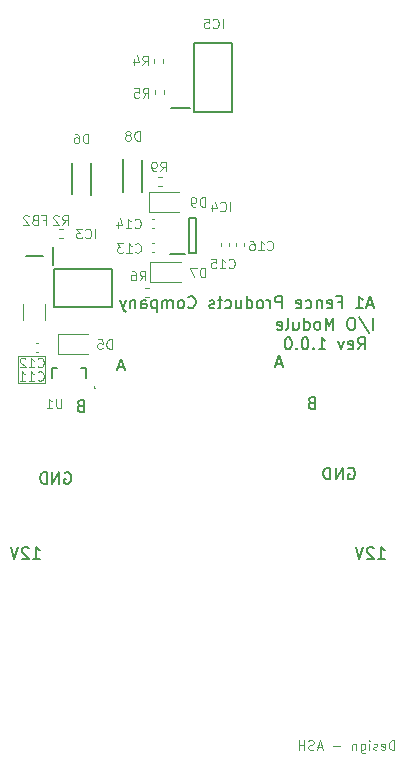
<source format=gbr>
%TF.GenerationSoftware,KiCad,Pcbnew,(5.1.10)-1*%
%TF.CreationDate,2021-10-24T01:14:29+05:30*%
%TF.ProjectId,Modbus_IO_Board,4d6f6462-7573-45f4-994f-5f426f617264,rev?*%
%TF.SameCoordinates,Original*%
%TF.FileFunction,Legend,Bot*%
%TF.FilePolarity,Positive*%
%FSLAX46Y46*%
G04 Gerber Fmt 4.6, Leading zero omitted, Abs format (unit mm)*
G04 Created by KiCad (PCBNEW (5.1.10)-1) date 2021-10-24 01:14:29*
%MOMM*%
%LPD*%
G01*
G04 APERTURE LIST*
%ADD10C,0.150000*%
%ADD11C,0.100000*%
%ADD12C,0.120000*%
%ADD13C,0.200000*%
G04 APERTURE END LIST*
D10*
X160512047Y-109672380D02*
X161083476Y-109672380D01*
X160797761Y-109672380D02*
X160797761Y-108672380D01*
X160893000Y-108815238D01*
X160988238Y-108910476D01*
X161083476Y-108958095D01*
X160131095Y-108767619D02*
X160083476Y-108720000D01*
X159988238Y-108672380D01*
X159750142Y-108672380D01*
X159654904Y-108720000D01*
X159607285Y-108767619D01*
X159559666Y-108862857D01*
X159559666Y-108958095D01*
X159607285Y-109100952D01*
X160178714Y-109672380D01*
X159559666Y-109672380D01*
X159273952Y-108672380D02*
X158940619Y-109672380D01*
X158607285Y-108672380D01*
X131302047Y-109672380D02*
X131873476Y-109672380D01*
X131587761Y-109672380D02*
X131587761Y-108672380D01*
X131683000Y-108815238D01*
X131778238Y-108910476D01*
X131873476Y-108958095D01*
X130921095Y-108767619D02*
X130873476Y-108720000D01*
X130778238Y-108672380D01*
X130540142Y-108672380D01*
X130444904Y-108720000D01*
X130397285Y-108767619D01*
X130349666Y-108862857D01*
X130349666Y-108958095D01*
X130397285Y-109100952D01*
X130968714Y-109672380D01*
X130349666Y-109672380D01*
X130063952Y-108672380D02*
X129730619Y-109672380D01*
X129397285Y-108672380D01*
X157987904Y-101989000D02*
X158083142Y-101941380D01*
X158226000Y-101941380D01*
X158368857Y-101989000D01*
X158464095Y-102084238D01*
X158511714Y-102179476D01*
X158559333Y-102369952D01*
X158559333Y-102512809D01*
X158511714Y-102703285D01*
X158464095Y-102798523D01*
X158368857Y-102893761D01*
X158226000Y-102941380D01*
X158130761Y-102941380D01*
X157987904Y-102893761D01*
X157940285Y-102846142D01*
X157940285Y-102512809D01*
X158130761Y-102512809D01*
X157511714Y-102941380D02*
X157511714Y-101941380D01*
X156940285Y-102941380D01*
X156940285Y-101941380D01*
X156464095Y-102941380D02*
X156464095Y-101941380D01*
X156226000Y-101941380D01*
X156083142Y-101989000D01*
X155987904Y-102084238D01*
X155940285Y-102179476D01*
X155892666Y-102369952D01*
X155892666Y-102512809D01*
X155940285Y-102703285D01*
X155987904Y-102798523D01*
X156083142Y-102893761D01*
X156226000Y-102941380D01*
X156464095Y-102941380D01*
X133984904Y-102370000D02*
X134080142Y-102322380D01*
X134223000Y-102322380D01*
X134365857Y-102370000D01*
X134461095Y-102465238D01*
X134508714Y-102560476D01*
X134556333Y-102750952D01*
X134556333Y-102893809D01*
X134508714Y-103084285D01*
X134461095Y-103179523D01*
X134365857Y-103274761D01*
X134223000Y-103322380D01*
X134127761Y-103322380D01*
X133984904Y-103274761D01*
X133937285Y-103227142D01*
X133937285Y-102893809D01*
X134127761Y-102893809D01*
X133508714Y-103322380D02*
X133508714Y-102322380D01*
X132937285Y-103322380D01*
X132937285Y-102322380D01*
X132461095Y-103322380D02*
X132461095Y-102322380D01*
X132223000Y-102322380D01*
X132080142Y-102370000D01*
X131984904Y-102465238D01*
X131937285Y-102560476D01*
X131889666Y-102750952D01*
X131889666Y-102893809D01*
X131937285Y-103084285D01*
X131984904Y-103179523D01*
X132080142Y-103274761D01*
X132223000Y-103322380D01*
X132461095Y-103322380D01*
X154868571Y-96448571D02*
X154725714Y-96496190D01*
X154678095Y-96543809D01*
X154630476Y-96639047D01*
X154630476Y-96781904D01*
X154678095Y-96877142D01*
X154725714Y-96924761D01*
X154820952Y-96972380D01*
X155201904Y-96972380D01*
X155201904Y-95972380D01*
X154868571Y-95972380D01*
X154773333Y-96020000D01*
X154725714Y-96067619D01*
X154678095Y-96162857D01*
X154678095Y-96258095D01*
X154725714Y-96353333D01*
X154773333Y-96400952D01*
X154868571Y-96448571D01*
X155201904Y-96448571D01*
X135310571Y-96702571D02*
X135167714Y-96750190D01*
X135120095Y-96797809D01*
X135072476Y-96893047D01*
X135072476Y-97035904D01*
X135120095Y-97131142D01*
X135167714Y-97178761D01*
X135262952Y-97226380D01*
X135643904Y-97226380D01*
X135643904Y-96226380D01*
X135310571Y-96226380D01*
X135215333Y-96274000D01*
X135167714Y-96321619D01*
X135120095Y-96416857D01*
X135120095Y-96512095D01*
X135167714Y-96607333D01*
X135215333Y-96654952D01*
X135310571Y-96702571D01*
X135643904Y-96702571D01*
X152384095Y-93130666D02*
X151907904Y-93130666D01*
X152479333Y-93416380D02*
X152146000Y-92416380D01*
X151812666Y-93416380D01*
X138988095Y-93426666D02*
X138511904Y-93426666D01*
X139083333Y-93712380D02*
X138750000Y-92712380D01*
X138416666Y-93712380D01*
X160067619Y-90267380D02*
X160067619Y-89267380D01*
X158877142Y-89219761D02*
X159734285Y-90505476D01*
X158353333Y-89267380D02*
X158162857Y-89267380D01*
X158067619Y-89315000D01*
X157972380Y-89410238D01*
X157924761Y-89600714D01*
X157924761Y-89934047D01*
X157972380Y-90124523D01*
X158067619Y-90219761D01*
X158162857Y-90267380D01*
X158353333Y-90267380D01*
X158448571Y-90219761D01*
X158543809Y-90124523D01*
X158591428Y-89934047D01*
X158591428Y-89600714D01*
X158543809Y-89410238D01*
X158448571Y-89315000D01*
X158353333Y-89267380D01*
X156734285Y-90267380D02*
X156734285Y-89267380D01*
X156400952Y-89981666D01*
X156067619Y-89267380D01*
X156067619Y-90267380D01*
X155448571Y-90267380D02*
X155543809Y-90219761D01*
X155591428Y-90172142D01*
X155639047Y-90076904D01*
X155639047Y-89791190D01*
X155591428Y-89695952D01*
X155543809Y-89648333D01*
X155448571Y-89600714D01*
X155305714Y-89600714D01*
X155210476Y-89648333D01*
X155162857Y-89695952D01*
X155115238Y-89791190D01*
X155115238Y-90076904D01*
X155162857Y-90172142D01*
X155210476Y-90219761D01*
X155305714Y-90267380D01*
X155448571Y-90267380D01*
X154258095Y-90267380D02*
X154258095Y-89267380D01*
X154258095Y-90219761D02*
X154353333Y-90267380D01*
X154543809Y-90267380D01*
X154639047Y-90219761D01*
X154686666Y-90172142D01*
X154734285Y-90076904D01*
X154734285Y-89791190D01*
X154686666Y-89695952D01*
X154639047Y-89648333D01*
X154543809Y-89600714D01*
X154353333Y-89600714D01*
X154258095Y-89648333D01*
X153353333Y-89600714D02*
X153353333Y-90267380D01*
X153781904Y-89600714D02*
X153781904Y-90124523D01*
X153734285Y-90219761D01*
X153639047Y-90267380D01*
X153496190Y-90267380D01*
X153400952Y-90219761D01*
X153353333Y-90172142D01*
X152734285Y-90267380D02*
X152829523Y-90219761D01*
X152877142Y-90124523D01*
X152877142Y-89267380D01*
X151972380Y-90219761D02*
X152067619Y-90267380D01*
X152258095Y-90267380D01*
X152353333Y-90219761D01*
X152400952Y-90124523D01*
X152400952Y-89743571D01*
X152353333Y-89648333D01*
X152258095Y-89600714D01*
X152067619Y-89600714D01*
X151972380Y-89648333D01*
X151924761Y-89743571D01*
X151924761Y-89838809D01*
X152400952Y-89934047D01*
X158805714Y-91917380D02*
X159139047Y-91441190D01*
X159377142Y-91917380D02*
X159377142Y-90917380D01*
X158996190Y-90917380D01*
X158900952Y-90965000D01*
X158853333Y-91012619D01*
X158805714Y-91107857D01*
X158805714Y-91250714D01*
X158853333Y-91345952D01*
X158900952Y-91393571D01*
X158996190Y-91441190D01*
X159377142Y-91441190D01*
X157996190Y-91869761D02*
X158091428Y-91917380D01*
X158281904Y-91917380D01*
X158377142Y-91869761D01*
X158424761Y-91774523D01*
X158424761Y-91393571D01*
X158377142Y-91298333D01*
X158281904Y-91250714D01*
X158091428Y-91250714D01*
X157996190Y-91298333D01*
X157948571Y-91393571D01*
X157948571Y-91488809D01*
X158424761Y-91584047D01*
X157615238Y-91250714D02*
X157377142Y-91917380D01*
X157139047Y-91250714D01*
X155472380Y-91917380D02*
X156043809Y-91917380D01*
X155758095Y-91917380D02*
X155758095Y-90917380D01*
X155853333Y-91060238D01*
X155948571Y-91155476D01*
X156043809Y-91203095D01*
X155043809Y-91822142D02*
X154996190Y-91869761D01*
X155043809Y-91917380D01*
X155091428Y-91869761D01*
X155043809Y-91822142D01*
X155043809Y-91917380D01*
X154377142Y-90917380D02*
X154281904Y-90917380D01*
X154186666Y-90965000D01*
X154139047Y-91012619D01*
X154091428Y-91107857D01*
X154043809Y-91298333D01*
X154043809Y-91536428D01*
X154091428Y-91726904D01*
X154139047Y-91822142D01*
X154186666Y-91869761D01*
X154281904Y-91917380D01*
X154377142Y-91917380D01*
X154472380Y-91869761D01*
X154520000Y-91822142D01*
X154567619Y-91726904D01*
X154615238Y-91536428D01*
X154615238Y-91298333D01*
X154567619Y-91107857D01*
X154520000Y-91012619D01*
X154472380Y-90965000D01*
X154377142Y-90917380D01*
X153615238Y-91822142D02*
X153567619Y-91869761D01*
X153615238Y-91917380D01*
X153662857Y-91869761D01*
X153615238Y-91822142D01*
X153615238Y-91917380D01*
X152948571Y-90917380D02*
X152853333Y-90917380D01*
X152758095Y-90965000D01*
X152710476Y-91012619D01*
X152662857Y-91107857D01*
X152615238Y-91298333D01*
X152615238Y-91536428D01*
X152662857Y-91726904D01*
X152710476Y-91822142D01*
X152758095Y-91869761D01*
X152853333Y-91917380D01*
X152948571Y-91917380D01*
X153043809Y-91869761D01*
X153091428Y-91822142D01*
X153139047Y-91726904D01*
X153186666Y-91536428D01*
X153186666Y-91298333D01*
X153139047Y-91107857D01*
X153091428Y-91012619D01*
X153043809Y-90965000D01*
X152948571Y-90917380D01*
X160066666Y-88146666D02*
X159590476Y-88146666D01*
X160161904Y-88432380D02*
X159828571Y-87432380D01*
X159495238Y-88432380D01*
X158638095Y-88432380D02*
X159209523Y-88432380D01*
X158923809Y-88432380D02*
X158923809Y-87432380D01*
X159019047Y-87575238D01*
X159114285Y-87670476D01*
X159209523Y-87718095D01*
X157114285Y-87908571D02*
X157447619Y-87908571D01*
X157447619Y-88432380D02*
X157447619Y-87432380D01*
X156971428Y-87432380D01*
X156209523Y-88384761D02*
X156304761Y-88432380D01*
X156495238Y-88432380D01*
X156590476Y-88384761D01*
X156638095Y-88289523D01*
X156638095Y-87908571D01*
X156590476Y-87813333D01*
X156495238Y-87765714D01*
X156304761Y-87765714D01*
X156209523Y-87813333D01*
X156161904Y-87908571D01*
X156161904Y-88003809D01*
X156638095Y-88099047D01*
X155733333Y-87765714D02*
X155733333Y-88432380D01*
X155733333Y-87860952D02*
X155685714Y-87813333D01*
X155590476Y-87765714D01*
X155447619Y-87765714D01*
X155352380Y-87813333D01*
X155304761Y-87908571D01*
X155304761Y-88432380D01*
X154400000Y-88384761D02*
X154495238Y-88432380D01*
X154685714Y-88432380D01*
X154780952Y-88384761D01*
X154828571Y-88337142D01*
X154876190Y-88241904D01*
X154876190Y-87956190D01*
X154828571Y-87860952D01*
X154780952Y-87813333D01*
X154685714Y-87765714D01*
X154495238Y-87765714D01*
X154400000Y-87813333D01*
X153590476Y-88384761D02*
X153685714Y-88432380D01*
X153876190Y-88432380D01*
X153971428Y-88384761D01*
X154019047Y-88289523D01*
X154019047Y-87908571D01*
X153971428Y-87813333D01*
X153876190Y-87765714D01*
X153685714Y-87765714D01*
X153590476Y-87813333D01*
X153542857Y-87908571D01*
X153542857Y-88003809D01*
X154019047Y-88099047D01*
X152352380Y-88432380D02*
X152352380Y-87432380D01*
X151971428Y-87432380D01*
X151876190Y-87480000D01*
X151828571Y-87527619D01*
X151780952Y-87622857D01*
X151780952Y-87765714D01*
X151828571Y-87860952D01*
X151876190Y-87908571D01*
X151971428Y-87956190D01*
X152352380Y-87956190D01*
X151352380Y-88432380D02*
X151352380Y-87765714D01*
X151352380Y-87956190D02*
X151304761Y-87860952D01*
X151257142Y-87813333D01*
X151161904Y-87765714D01*
X151066666Y-87765714D01*
X150590476Y-88432380D02*
X150685714Y-88384761D01*
X150733333Y-88337142D01*
X150780952Y-88241904D01*
X150780952Y-87956190D01*
X150733333Y-87860952D01*
X150685714Y-87813333D01*
X150590476Y-87765714D01*
X150447619Y-87765714D01*
X150352380Y-87813333D01*
X150304761Y-87860952D01*
X150257142Y-87956190D01*
X150257142Y-88241904D01*
X150304761Y-88337142D01*
X150352380Y-88384761D01*
X150447619Y-88432380D01*
X150590476Y-88432380D01*
X149400000Y-88432380D02*
X149400000Y-87432380D01*
X149400000Y-88384761D02*
X149495238Y-88432380D01*
X149685714Y-88432380D01*
X149780952Y-88384761D01*
X149828571Y-88337142D01*
X149876190Y-88241904D01*
X149876190Y-87956190D01*
X149828571Y-87860952D01*
X149780952Y-87813333D01*
X149685714Y-87765714D01*
X149495238Y-87765714D01*
X149400000Y-87813333D01*
X148495238Y-87765714D02*
X148495238Y-88432380D01*
X148923809Y-87765714D02*
X148923809Y-88289523D01*
X148876190Y-88384761D01*
X148780952Y-88432380D01*
X148638095Y-88432380D01*
X148542857Y-88384761D01*
X148495238Y-88337142D01*
X147590476Y-88384761D02*
X147685714Y-88432380D01*
X147876190Y-88432380D01*
X147971428Y-88384761D01*
X148019047Y-88337142D01*
X148066666Y-88241904D01*
X148066666Y-87956190D01*
X148019047Y-87860952D01*
X147971428Y-87813333D01*
X147876190Y-87765714D01*
X147685714Y-87765714D01*
X147590476Y-87813333D01*
X147304761Y-87765714D02*
X146923809Y-87765714D01*
X147161904Y-87432380D02*
X147161904Y-88289523D01*
X147114285Y-88384761D01*
X147019047Y-88432380D01*
X146923809Y-88432380D01*
X146638095Y-88384761D02*
X146542857Y-88432380D01*
X146352380Y-88432380D01*
X146257142Y-88384761D01*
X146209523Y-88289523D01*
X146209523Y-88241904D01*
X146257142Y-88146666D01*
X146352380Y-88099047D01*
X146495238Y-88099047D01*
X146590476Y-88051428D01*
X146638095Y-87956190D01*
X146638095Y-87908571D01*
X146590476Y-87813333D01*
X146495238Y-87765714D01*
X146352380Y-87765714D01*
X146257142Y-87813333D01*
X144447619Y-88337142D02*
X144495238Y-88384761D01*
X144638095Y-88432380D01*
X144733333Y-88432380D01*
X144876190Y-88384761D01*
X144971428Y-88289523D01*
X145019047Y-88194285D01*
X145066666Y-88003809D01*
X145066666Y-87860952D01*
X145019047Y-87670476D01*
X144971428Y-87575238D01*
X144876190Y-87480000D01*
X144733333Y-87432380D01*
X144638095Y-87432380D01*
X144495238Y-87480000D01*
X144447619Y-87527619D01*
X143876190Y-88432380D02*
X143971428Y-88384761D01*
X144019047Y-88337142D01*
X144066666Y-88241904D01*
X144066666Y-87956190D01*
X144019047Y-87860952D01*
X143971428Y-87813333D01*
X143876190Y-87765714D01*
X143733333Y-87765714D01*
X143638095Y-87813333D01*
X143590476Y-87860952D01*
X143542857Y-87956190D01*
X143542857Y-88241904D01*
X143590476Y-88337142D01*
X143638095Y-88384761D01*
X143733333Y-88432380D01*
X143876190Y-88432380D01*
X143114285Y-88432380D02*
X143114285Y-87765714D01*
X143114285Y-87860952D02*
X143066666Y-87813333D01*
X142971428Y-87765714D01*
X142828571Y-87765714D01*
X142733333Y-87813333D01*
X142685714Y-87908571D01*
X142685714Y-88432380D01*
X142685714Y-87908571D02*
X142638095Y-87813333D01*
X142542857Y-87765714D01*
X142400000Y-87765714D01*
X142304761Y-87813333D01*
X142257142Y-87908571D01*
X142257142Y-88432380D01*
X141780952Y-87765714D02*
X141780952Y-88765714D01*
X141780952Y-87813333D02*
X141685714Y-87765714D01*
X141495238Y-87765714D01*
X141400000Y-87813333D01*
X141352380Y-87860952D01*
X141304761Y-87956190D01*
X141304761Y-88241904D01*
X141352380Y-88337142D01*
X141400000Y-88384761D01*
X141495238Y-88432380D01*
X141685714Y-88432380D01*
X141780952Y-88384761D01*
X140447619Y-88432380D02*
X140447619Y-87908571D01*
X140495238Y-87813333D01*
X140590476Y-87765714D01*
X140780952Y-87765714D01*
X140876190Y-87813333D01*
X140447619Y-88384761D02*
X140542857Y-88432380D01*
X140780952Y-88432380D01*
X140876190Y-88384761D01*
X140923809Y-88289523D01*
X140923809Y-88194285D01*
X140876190Y-88099047D01*
X140780952Y-88051428D01*
X140542857Y-88051428D01*
X140447619Y-88003809D01*
X139971428Y-87765714D02*
X139971428Y-88432380D01*
X139971428Y-87860952D02*
X139923809Y-87813333D01*
X139828571Y-87765714D01*
X139685714Y-87765714D01*
X139590476Y-87813333D01*
X139542857Y-87908571D01*
X139542857Y-88432380D01*
X139161904Y-87765714D02*
X138923809Y-88432380D01*
X138685714Y-87765714D02*
X138923809Y-88432380D01*
X139019047Y-88670476D01*
X139066666Y-88718095D01*
X139161904Y-88765714D01*
D11*
X161899095Y-125837904D02*
X161899095Y-125037904D01*
X161708619Y-125037904D01*
X161594333Y-125076000D01*
X161518142Y-125152190D01*
X161480047Y-125228380D01*
X161441952Y-125380761D01*
X161441952Y-125495047D01*
X161480047Y-125647428D01*
X161518142Y-125723619D01*
X161594333Y-125799809D01*
X161708619Y-125837904D01*
X161899095Y-125837904D01*
X160794333Y-125799809D02*
X160870523Y-125837904D01*
X161022904Y-125837904D01*
X161099095Y-125799809D01*
X161137190Y-125723619D01*
X161137190Y-125418857D01*
X161099095Y-125342666D01*
X161022904Y-125304571D01*
X160870523Y-125304571D01*
X160794333Y-125342666D01*
X160756238Y-125418857D01*
X160756238Y-125495047D01*
X161137190Y-125571238D01*
X160451476Y-125799809D02*
X160375285Y-125837904D01*
X160222904Y-125837904D01*
X160146714Y-125799809D01*
X160108619Y-125723619D01*
X160108619Y-125685523D01*
X160146714Y-125609333D01*
X160222904Y-125571238D01*
X160337190Y-125571238D01*
X160413380Y-125533142D01*
X160451476Y-125456952D01*
X160451476Y-125418857D01*
X160413380Y-125342666D01*
X160337190Y-125304571D01*
X160222904Y-125304571D01*
X160146714Y-125342666D01*
X159765761Y-125837904D02*
X159765761Y-125304571D01*
X159765761Y-125037904D02*
X159803857Y-125076000D01*
X159765761Y-125114095D01*
X159727666Y-125076000D01*
X159765761Y-125037904D01*
X159765761Y-125114095D01*
X159041952Y-125304571D02*
X159041952Y-125952190D01*
X159080047Y-126028380D01*
X159118142Y-126066476D01*
X159194333Y-126104571D01*
X159308619Y-126104571D01*
X159384809Y-126066476D01*
X159041952Y-125799809D02*
X159118142Y-125837904D01*
X159270523Y-125837904D01*
X159346714Y-125799809D01*
X159384809Y-125761714D01*
X159422904Y-125685523D01*
X159422904Y-125456952D01*
X159384809Y-125380761D01*
X159346714Y-125342666D01*
X159270523Y-125304571D01*
X159118142Y-125304571D01*
X159041952Y-125342666D01*
X158661000Y-125304571D02*
X158661000Y-125837904D01*
X158661000Y-125380761D02*
X158622904Y-125342666D01*
X158546714Y-125304571D01*
X158432428Y-125304571D01*
X158356238Y-125342666D01*
X158318142Y-125418857D01*
X158318142Y-125837904D01*
X157327666Y-125533142D02*
X156718142Y-125533142D01*
X155765761Y-125609333D02*
X155384809Y-125609333D01*
X155841952Y-125837904D02*
X155575285Y-125037904D01*
X155308619Y-125837904D01*
X155080047Y-125799809D02*
X154965761Y-125837904D01*
X154775285Y-125837904D01*
X154699095Y-125799809D01*
X154661000Y-125761714D01*
X154622904Y-125685523D01*
X154622904Y-125609333D01*
X154661000Y-125533142D01*
X154699095Y-125495047D01*
X154775285Y-125456952D01*
X154927666Y-125418857D01*
X155003857Y-125380761D01*
X155041952Y-125342666D01*
X155080047Y-125266476D01*
X155080047Y-125190285D01*
X155041952Y-125114095D01*
X155003857Y-125076000D01*
X154927666Y-125037904D01*
X154737190Y-125037904D01*
X154622904Y-125076000D01*
X154280047Y-125837904D02*
X154280047Y-125037904D01*
X154280047Y-125418857D02*
X153822904Y-125418857D01*
X153822904Y-125837904D02*
X153822904Y-125037904D01*
D12*
X130048000Y-92456000D02*
X130175000Y-92456000D01*
X130048000Y-94742000D02*
X130048000Y-92456000D01*
X132334000Y-94742000D02*
X130048000Y-94742000D01*
X132334000Y-92456000D02*
X132334000Y-94742000D01*
X130175000Y-92456000D02*
X132334000Y-92456000D01*
D13*
%TO.C,D6*%
X136182000Y-76120000D02*
X136182000Y-78820000D01*
X134569200Y-76123800D02*
X134569200Y-78790800D01*
%TO.C,D8*%
X140500000Y-75866000D02*
X140500000Y-78566000D01*
X138900000Y-75793600D02*
X138900000Y-78566000D01*
%TO.C,IC4*%
X142930000Y-83896000D02*
X144130000Y-83896000D01*
X144480000Y-80846000D02*
X144480000Y-83746000D01*
X145080000Y-80846000D02*
X144480000Y-80846000D01*
X145080000Y-83746000D02*
X145080000Y-80846000D01*
X144480000Y-83746000D02*
X145080000Y-83746000D01*
D12*
%TO.C,D9*%
X141150000Y-80340000D02*
X143700000Y-80340000D01*
X141150000Y-78640000D02*
X143700000Y-78640000D01*
X141150000Y-80340000D02*
X141150000Y-78640000D01*
%TO.C,D7*%
X141248000Y-86194000D02*
X143798000Y-86194000D01*
X141248000Y-84494000D02*
X143798000Y-84494000D01*
X141248000Y-86194000D02*
X141248000Y-84494000D01*
%TO.C,C16*%
X148484000Y-83165836D02*
X148484000Y-82950164D01*
X149204000Y-83165836D02*
X149204000Y-82950164D01*
%TO.C,C15*%
X147214000Y-83165836D02*
X147214000Y-82950164D01*
X147934000Y-83165836D02*
X147934000Y-82950164D01*
%TO.C,C14*%
X141585836Y-80920000D02*
X141370164Y-80920000D01*
X141585836Y-81640000D02*
X141370164Y-81640000D01*
%TO.C,C12*%
X130490000Y-88058748D02*
X130490000Y-89481252D01*
X132310000Y-88058748D02*
X132310000Y-89481252D01*
%TO.C,C13*%
X141585836Y-82952000D02*
X141370164Y-82952000D01*
X141585836Y-83672000D02*
X141370164Y-83672000D01*
%TO.C,C11*%
X131727836Y-92130000D02*
X131512164Y-92130000D01*
X131727836Y-91410000D02*
X131512164Y-91410000D01*
%TO.C,R9*%
X142183641Y-77340000D02*
X141876359Y-77340000D01*
X142183641Y-78100000D02*
X141876359Y-78100000D01*
%TO.C,R6*%
X140814359Y-87502000D02*
X141121641Y-87502000D01*
X140814359Y-86742000D02*
X141121641Y-86742000D01*
%TO.C,R5*%
X142360000Y-70303641D02*
X142360000Y-69996359D01*
X141600000Y-70303641D02*
X141600000Y-69996359D01*
%TO.C,R4*%
X142300000Y-67683641D02*
X142300000Y-67376359D01*
X141540000Y-67683641D02*
X141540000Y-67376359D01*
%TO.C,R2*%
X133506359Y-81780000D02*
X133813641Y-81780000D01*
X133506359Y-82540000D02*
X133813641Y-82540000D01*
%TO.C,D5*%
X133440000Y-92330000D02*
X133440000Y-90630000D01*
X133440000Y-90630000D02*
X135990000Y-90630000D01*
X133440000Y-92330000D02*
X135990000Y-92330000D01*
D13*
%TO.C,U1*%
X135800000Y-93472000D02*
X135340000Y-93472000D01*
X135340000Y-93472000D02*
X135340000Y-93520000D01*
X135340000Y-93520000D02*
X135800000Y-93520000D01*
X135800000Y-93520000D02*
X135800000Y-93472000D01*
X133340000Y-93472000D02*
X132940000Y-93472000D01*
X132940000Y-93472000D02*
X132940000Y-93472000D01*
X132940000Y-93472000D02*
X133340000Y-93472000D01*
X133340000Y-93472000D02*
X133340000Y-93472000D01*
X135800000Y-94320000D02*
X135800000Y-94320000D01*
X135800000Y-94320000D02*
X135800000Y-93520000D01*
X135800000Y-93520000D02*
X135800000Y-93520000D01*
X135800000Y-93520000D02*
X135800000Y-94320000D01*
X132940000Y-93472000D02*
X132940000Y-93472000D01*
X132940000Y-93472000D02*
X132940000Y-94320000D01*
X132940000Y-94320000D02*
X132940000Y-94320000D01*
X132940000Y-94320000D02*
X132940000Y-93472000D01*
X136510000Y-95204000D02*
X136510000Y-95204000D01*
X136510000Y-95204000D02*
X136510000Y-95204000D01*
X136510000Y-95104000D02*
G75*
G03*
X136510000Y-95204000I0J-50000D01*
G01*
X136510000Y-95204000D02*
G75*
G03*
X136510000Y-95104000I0J50000D01*
G01*
X136510000Y-95104000D02*
G75*
G03*
X136510000Y-95204000I0J-50000D01*
G01*
%TO.C,IC5*%
X144925000Y-71810000D02*
X148135000Y-71810000D01*
X148135000Y-71810000D02*
X148135000Y-65970000D01*
X148135000Y-65970000D02*
X144925000Y-65970000D01*
X144925000Y-65970000D02*
X144925000Y-71810000D01*
X142980000Y-71470000D02*
X144575000Y-71470000D01*
%TO.C,IC3*%
X133110000Y-85120000D02*
X133110000Y-88320000D01*
X133110000Y-88320000D02*
X138010000Y-88320000D01*
X138010000Y-88320000D02*
X138010000Y-85120000D01*
X138010000Y-85120000D02*
X133110000Y-85120000D01*
X132980000Y-83245000D02*
X132980000Y-84770000D01*
%TO.C,FB2*%
X132110000Y-84040000D02*
X130710000Y-84040000D01*
%TO.C,D6*%
D11*
X135980476Y-74471904D02*
X135980476Y-73671904D01*
X135790000Y-73671904D01*
X135675714Y-73710000D01*
X135599523Y-73786190D01*
X135561428Y-73862380D01*
X135523333Y-74014761D01*
X135523333Y-74129047D01*
X135561428Y-74281428D01*
X135599523Y-74357619D01*
X135675714Y-74433809D01*
X135790000Y-74471904D01*
X135980476Y-74471904D01*
X134837619Y-73671904D02*
X134990000Y-73671904D01*
X135066190Y-73710000D01*
X135104285Y-73748095D01*
X135180476Y-73862380D01*
X135218571Y-74014761D01*
X135218571Y-74319523D01*
X135180476Y-74395714D01*
X135142380Y-74433809D01*
X135066190Y-74471904D01*
X134913809Y-74471904D01*
X134837619Y-74433809D01*
X134799523Y-74395714D01*
X134761428Y-74319523D01*
X134761428Y-74129047D01*
X134799523Y-74052857D01*
X134837619Y-74014761D01*
X134913809Y-73976666D01*
X135066190Y-73976666D01*
X135142380Y-74014761D01*
X135180476Y-74052857D01*
X135218571Y-74129047D01*
%TO.C,D8*%
X140350476Y-74251904D02*
X140350476Y-73451904D01*
X140160000Y-73451904D01*
X140045714Y-73490000D01*
X139969523Y-73566190D01*
X139931428Y-73642380D01*
X139893333Y-73794761D01*
X139893333Y-73909047D01*
X139931428Y-74061428D01*
X139969523Y-74137619D01*
X140045714Y-74213809D01*
X140160000Y-74251904D01*
X140350476Y-74251904D01*
X139436190Y-73794761D02*
X139512380Y-73756666D01*
X139550476Y-73718571D01*
X139588571Y-73642380D01*
X139588571Y-73604285D01*
X139550476Y-73528095D01*
X139512380Y-73490000D01*
X139436190Y-73451904D01*
X139283809Y-73451904D01*
X139207619Y-73490000D01*
X139169523Y-73528095D01*
X139131428Y-73604285D01*
X139131428Y-73642380D01*
X139169523Y-73718571D01*
X139207619Y-73756666D01*
X139283809Y-73794761D01*
X139436190Y-73794761D01*
X139512380Y-73832857D01*
X139550476Y-73870952D01*
X139588571Y-73947142D01*
X139588571Y-74099523D01*
X139550476Y-74175714D01*
X139512380Y-74213809D01*
X139436190Y-74251904D01*
X139283809Y-74251904D01*
X139207619Y-74213809D01*
X139169523Y-74175714D01*
X139131428Y-74099523D01*
X139131428Y-73947142D01*
X139169523Y-73870952D01*
X139207619Y-73832857D01*
X139283809Y-73794761D01*
%TO.C,IC4*%
X148010952Y-80251904D02*
X148010952Y-79451904D01*
X147172857Y-80175714D02*
X147210952Y-80213809D01*
X147325238Y-80251904D01*
X147401428Y-80251904D01*
X147515714Y-80213809D01*
X147591904Y-80137619D01*
X147630000Y-80061428D01*
X147668095Y-79909047D01*
X147668095Y-79794761D01*
X147630000Y-79642380D01*
X147591904Y-79566190D01*
X147515714Y-79490000D01*
X147401428Y-79451904D01*
X147325238Y-79451904D01*
X147210952Y-79490000D01*
X147172857Y-79528095D01*
X146487142Y-79718571D02*
X146487142Y-80251904D01*
X146677619Y-79413809D02*
X146868095Y-79985238D01*
X146372857Y-79985238D01*
%TO.C,D9*%
X145860476Y-79841904D02*
X145860476Y-79041904D01*
X145670000Y-79041904D01*
X145555714Y-79080000D01*
X145479523Y-79156190D01*
X145441428Y-79232380D01*
X145403333Y-79384761D01*
X145403333Y-79499047D01*
X145441428Y-79651428D01*
X145479523Y-79727619D01*
X145555714Y-79803809D01*
X145670000Y-79841904D01*
X145860476Y-79841904D01*
X145022380Y-79841904D02*
X144870000Y-79841904D01*
X144793809Y-79803809D01*
X144755714Y-79765714D01*
X144679523Y-79651428D01*
X144641428Y-79499047D01*
X144641428Y-79194285D01*
X144679523Y-79118095D01*
X144717619Y-79080000D01*
X144793809Y-79041904D01*
X144946190Y-79041904D01*
X145022380Y-79080000D01*
X145060476Y-79118095D01*
X145098571Y-79194285D01*
X145098571Y-79384761D01*
X145060476Y-79460952D01*
X145022380Y-79499047D01*
X144946190Y-79537142D01*
X144793809Y-79537142D01*
X144717619Y-79499047D01*
X144679523Y-79460952D01*
X144641428Y-79384761D01*
%TO.C,D7*%
X145870476Y-85811904D02*
X145870476Y-85011904D01*
X145680000Y-85011904D01*
X145565714Y-85050000D01*
X145489523Y-85126190D01*
X145451428Y-85202380D01*
X145413333Y-85354761D01*
X145413333Y-85469047D01*
X145451428Y-85621428D01*
X145489523Y-85697619D01*
X145565714Y-85773809D01*
X145680000Y-85811904D01*
X145870476Y-85811904D01*
X145146666Y-85011904D02*
X144613333Y-85011904D01*
X144956190Y-85811904D01*
%TO.C,C16*%
X151124285Y-83465714D02*
X151162380Y-83503809D01*
X151276666Y-83541904D01*
X151352857Y-83541904D01*
X151467142Y-83503809D01*
X151543333Y-83427619D01*
X151581428Y-83351428D01*
X151619523Y-83199047D01*
X151619523Y-83084761D01*
X151581428Y-82932380D01*
X151543333Y-82856190D01*
X151467142Y-82780000D01*
X151352857Y-82741904D01*
X151276666Y-82741904D01*
X151162380Y-82780000D01*
X151124285Y-82818095D01*
X150362380Y-83541904D02*
X150819523Y-83541904D01*
X150590952Y-83541904D02*
X150590952Y-82741904D01*
X150667142Y-82856190D01*
X150743333Y-82932380D01*
X150819523Y-82970476D01*
X149676666Y-82741904D02*
X149829047Y-82741904D01*
X149905238Y-82780000D01*
X149943333Y-82818095D01*
X150019523Y-82932380D01*
X150057619Y-83084761D01*
X150057619Y-83389523D01*
X150019523Y-83465714D01*
X149981428Y-83503809D01*
X149905238Y-83541904D01*
X149752857Y-83541904D01*
X149676666Y-83503809D01*
X149638571Y-83465714D01*
X149600476Y-83389523D01*
X149600476Y-83199047D01*
X149638571Y-83122857D01*
X149676666Y-83084761D01*
X149752857Y-83046666D01*
X149905238Y-83046666D01*
X149981428Y-83084761D01*
X150019523Y-83122857D01*
X150057619Y-83199047D01*
%TO.C,C15*%
X147874285Y-84985714D02*
X147912380Y-85023809D01*
X148026666Y-85061904D01*
X148102857Y-85061904D01*
X148217142Y-85023809D01*
X148293333Y-84947619D01*
X148331428Y-84871428D01*
X148369523Y-84719047D01*
X148369523Y-84604761D01*
X148331428Y-84452380D01*
X148293333Y-84376190D01*
X148217142Y-84300000D01*
X148102857Y-84261904D01*
X148026666Y-84261904D01*
X147912380Y-84300000D01*
X147874285Y-84338095D01*
X147112380Y-85061904D02*
X147569523Y-85061904D01*
X147340952Y-85061904D02*
X147340952Y-84261904D01*
X147417142Y-84376190D01*
X147493333Y-84452380D01*
X147569523Y-84490476D01*
X146388571Y-84261904D02*
X146769523Y-84261904D01*
X146807619Y-84642857D01*
X146769523Y-84604761D01*
X146693333Y-84566666D01*
X146502857Y-84566666D01*
X146426666Y-84604761D01*
X146388571Y-84642857D01*
X146350476Y-84719047D01*
X146350476Y-84909523D01*
X146388571Y-84985714D01*
X146426666Y-85023809D01*
X146502857Y-85061904D01*
X146693333Y-85061904D01*
X146769523Y-85023809D01*
X146807619Y-84985714D01*
%TO.C,C14*%
X139909485Y-81591114D02*
X139947580Y-81629209D01*
X140061866Y-81667304D01*
X140138057Y-81667304D01*
X140252342Y-81629209D01*
X140328533Y-81553019D01*
X140366628Y-81476828D01*
X140404723Y-81324447D01*
X140404723Y-81210161D01*
X140366628Y-81057780D01*
X140328533Y-80981590D01*
X140252342Y-80905400D01*
X140138057Y-80867304D01*
X140061866Y-80867304D01*
X139947580Y-80905400D01*
X139909485Y-80943495D01*
X139147580Y-81667304D02*
X139604723Y-81667304D01*
X139376152Y-81667304D02*
X139376152Y-80867304D01*
X139452342Y-80981590D01*
X139528533Y-81057780D01*
X139604723Y-81095876D01*
X138461866Y-81133971D02*
X138461866Y-81667304D01*
X138652342Y-80829209D02*
X138842819Y-81400638D01*
X138347580Y-81400638D01*
%TO.C,C12*%
X131705285Y-93376714D02*
X131743380Y-93414809D01*
X131857666Y-93452904D01*
X131933857Y-93452904D01*
X132048142Y-93414809D01*
X132124333Y-93338619D01*
X132162428Y-93262428D01*
X132200523Y-93110047D01*
X132200523Y-92995761D01*
X132162428Y-92843380D01*
X132124333Y-92767190D01*
X132048142Y-92691000D01*
X131933857Y-92652904D01*
X131857666Y-92652904D01*
X131743380Y-92691000D01*
X131705285Y-92729095D01*
X130943380Y-93452904D02*
X131400523Y-93452904D01*
X131171952Y-93452904D02*
X131171952Y-92652904D01*
X131248142Y-92767190D01*
X131324333Y-92843380D01*
X131400523Y-92881476D01*
X130638619Y-92729095D02*
X130600523Y-92691000D01*
X130524333Y-92652904D01*
X130333857Y-92652904D01*
X130257666Y-92691000D01*
X130219571Y-92729095D01*
X130181476Y-92805285D01*
X130181476Y-92881476D01*
X130219571Y-92995761D01*
X130676714Y-93452904D01*
X130181476Y-93452904D01*
%TO.C,C13*%
X139954285Y-83675714D02*
X139992380Y-83713809D01*
X140106666Y-83751904D01*
X140182857Y-83751904D01*
X140297142Y-83713809D01*
X140373333Y-83637619D01*
X140411428Y-83561428D01*
X140449523Y-83409047D01*
X140449523Y-83294761D01*
X140411428Y-83142380D01*
X140373333Y-83066190D01*
X140297142Y-82990000D01*
X140182857Y-82951904D01*
X140106666Y-82951904D01*
X139992380Y-82990000D01*
X139954285Y-83028095D01*
X139192380Y-83751904D02*
X139649523Y-83751904D01*
X139420952Y-83751904D02*
X139420952Y-82951904D01*
X139497142Y-83066190D01*
X139573333Y-83142380D01*
X139649523Y-83180476D01*
X138925714Y-82951904D02*
X138430476Y-82951904D01*
X138697142Y-83256666D01*
X138582857Y-83256666D01*
X138506666Y-83294761D01*
X138468571Y-83332857D01*
X138430476Y-83409047D01*
X138430476Y-83599523D01*
X138468571Y-83675714D01*
X138506666Y-83713809D01*
X138582857Y-83751904D01*
X138811428Y-83751904D01*
X138887619Y-83713809D01*
X138925714Y-83675714D01*
%TO.C,C11*%
X131705285Y-94519714D02*
X131743380Y-94557809D01*
X131857666Y-94595904D01*
X131933857Y-94595904D01*
X132048142Y-94557809D01*
X132124333Y-94481619D01*
X132162428Y-94405428D01*
X132200523Y-94253047D01*
X132200523Y-94138761D01*
X132162428Y-93986380D01*
X132124333Y-93910190D01*
X132048142Y-93834000D01*
X131933857Y-93795904D01*
X131857666Y-93795904D01*
X131743380Y-93834000D01*
X131705285Y-93872095D01*
X130943380Y-94595904D02*
X131400523Y-94595904D01*
X131171952Y-94595904D02*
X131171952Y-93795904D01*
X131248142Y-93910190D01*
X131324333Y-93986380D01*
X131400523Y-94024476D01*
X130181476Y-94595904D02*
X130638619Y-94595904D01*
X130410047Y-94595904D02*
X130410047Y-93795904D01*
X130486238Y-93910190D01*
X130562428Y-93986380D01*
X130638619Y-94024476D01*
%TO.C,R9*%
X142093333Y-76861904D02*
X142360000Y-76480952D01*
X142550476Y-76861904D02*
X142550476Y-76061904D01*
X142245714Y-76061904D01*
X142169523Y-76100000D01*
X142131428Y-76138095D01*
X142093333Y-76214285D01*
X142093333Y-76328571D01*
X142131428Y-76404761D01*
X142169523Y-76442857D01*
X142245714Y-76480952D01*
X142550476Y-76480952D01*
X141712380Y-76861904D02*
X141560000Y-76861904D01*
X141483809Y-76823809D01*
X141445714Y-76785714D01*
X141369523Y-76671428D01*
X141331428Y-76519047D01*
X141331428Y-76214285D01*
X141369523Y-76138095D01*
X141407619Y-76100000D01*
X141483809Y-76061904D01*
X141636190Y-76061904D01*
X141712380Y-76100000D01*
X141750476Y-76138095D01*
X141788571Y-76214285D01*
X141788571Y-76404761D01*
X141750476Y-76480952D01*
X141712380Y-76519047D01*
X141636190Y-76557142D01*
X141483809Y-76557142D01*
X141407619Y-76519047D01*
X141369523Y-76480952D01*
X141331428Y-76404761D01*
%TO.C,R6*%
X140333333Y-86091904D02*
X140600000Y-85710952D01*
X140790476Y-86091904D02*
X140790476Y-85291904D01*
X140485714Y-85291904D01*
X140409523Y-85330000D01*
X140371428Y-85368095D01*
X140333333Y-85444285D01*
X140333333Y-85558571D01*
X140371428Y-85634761D01*
X140409523Y-85672857D01*
X140485714Y-85710952D01*
X140790476Y-85710952D01*
X139647619Y-85291904D02*
X139800000Y-85291904D01*
X139876190Y-85330000D01*
X139914285Y-85368095D01*
X139990476Y-85482380D01*
X140028571Y-85634761D01*
X140028571Y-85939523D01*
X139990476Y-86015714D01*
X139952380Y-86053809D01*
X139876190Y-86091904D01*
X139723809Y-86091904D01*
X139647619Y-86053809D01*
X139609523Y-86015714D01*
X139571428Y-85939523D01*
X139571428Y-85749047D01*
X139609523Y-85672857D01*
X139647619Y-85634761D01*
X139723809Y-85596666D01*
X139876190Y-85596666D01*
X139952380Y-85634761D01*
X139990476Y-85672857D01*
X140028571Y-85749047D01*
%TO.C,R5*%
X140583333Y-70621904D02*
X140850000Y-70240952D01*
X141040476Y-70621904D02*
X141040476Y-69821904D01*
X140735714Y-69821904D01*
X140659523Y-69860000D01*
X140621428Y-69898095D01*
X140583333Y-69974285D01*
X140583333Y-70088571D01*
X140621428Y-70164761D01*
X140659523Y-70202857D01*
X140735714Y-70240952D01*
X141040476Y-70240952D01*
X139859523Y-69821904D02*
X140240476Y-69821904D01*
X140278571Y-70202857D01*
X140240476Y-70164761D01*
X140164285Y-70126666D01*
X139973809Y-70126666D01*
X139897619Y-70164761D01*
X139859523Y-70202857D01*
X139821428Y-70279047D01*
X139821428Y-70469523D01*
X139859523Y-70545714D01*
X139897619Y-70583809D01*
X139973809Y-70621904D01*
X140164285Y-70621904D01*
X140240476Y-70583809D01*
X140278571Y-70545714D01*
%TO.C,R4*%
X140563333Y-67871904D02*
X140830000Y-67490952D01*
X141020476Y-67871904D02*
X141020476Y-67071904D01*
X140715714Y-67071904D01*
X140639523Y-67110000D01*
X140601428Y-67148095D01*
X140563333Y-67224285D01*
X140563333Y-67338571D01*
X140601428Y-67414761D01*
X140639523Y-67452857D01*
X140715714Y-67490952D01*
X141020476Y-67490952D01*
X139877619Y-67338571D02*
X139877619Y-67871904D01*
X140068095Y-67033809D02*
X140258571Y-67605238D01*
X139763333Y-67605238D01*
%TO.C,R2*%
X133793333Y-81387904D02*
X134060000Y-81006952D01*
X134250476Y-81387904D02*
X134250476Y-80587904D01*
X133945714Y-80587904D01*
X133869523Y-80626000D01*
X133831428Y-80664095D01*
X133793333Y-80740285D01*
X133793333Y-80854571D01*
X133831428Y-80930761D01*
X133869523Y-80968857D01*
X133945714Y-81006952D01*
X134250476Y-81006952D01*
X133488571Y-80664095D02*
X133450476Y-80626000D01*
X133374285Y-80587904D01*
X133183809Y-80587904D01*
X133107619Y-80626000D01*
X133069523Y-80664095D01*
X133031428Y-80740285D01*
X133031428Y-80816476D01*
X133069523Y-80930761D01*
X133526666Y-81387904D01*
X133031428Y-81387904D01*
%TO.C,D5*%
X137970476Y-91891904D02*
X137970476Y-91091904D01*
X137780000Y-91091904D01*
X137665714Y-91130000D01*
X137589523Y-91206190D01*
X137551428Y-91282380D01*
X137513333Y-91434761D01*
X137513333Y-91549047D01*
X137551428Y-91701428D01*
X137589523Y-91777619D01*
X137665714Y-91853809D01*
X137780000Y-91891904D01*
X137970476Y-91891904D01*
X136789523Y-91091904D02*
X137170476Y-91091904D01*
X137208571Y-91472857D01*
X137170476Y-91434761D01*
X137094285Y-91396666D01*
X136903809Y-91396666D01*
X136827619Y-91434761D01*
X136789523Y-91472857D01*
X136751428Y-91549047D01*
X136751428Y-91739523D01*
X136789523Y-91815714D01*
X136827619Y-91853809D01*
X136903809Y-91891904D01*
X137094285Y-91891904D01*
X137170476Y-91853809D01*
X137208571Y-91815714D01*
%TO.C,U1*%
X133709523Y-96101904D02*
X133709523Y-96749523D01*
X133671428Y-96825714D01*
X133633333Y-96863809D01*
X133557142Y-96901904D01*
X133404761Y-96901904D01*
X133328571Y-96863809D01*
X133290476Y-96825714D01*
X133252380Y-96749523D01*
X133252380Y-96101904D01*
X132452380Y-96901904D02*
X132909523Y-96901904D01*
X132680952Y-96901904D02*
X132680952Y-96101904D01*
X132757142Y-96216190D01*
X132833333Y-96292380D01*
X132909523Y-96330476D01*
%TO.C,IC5*%
X147370952Y-64731904D02*
X147370952Y-63931904D01*
X146532857Y-64655714D02*
X146570952Y-64693809D01*
X146685238Y-64731904D01*
X146761428Y-64731904D01*
X146875714Y-64693809D01*
X146951904Y-64617619D01*
X146990000Y-64541428D01*
X147028095Y-64389047D01*
X147028095Y-64274761D01*
X146990000Y-64122380D01*
X146951904Y-64046190D01*
X146875714Y-63970000D01*
X146761428Y-63931904D01*
X146685238Y-63931904D01*
X146570952Y-63970000D01*
X146532857Y-64008095D01*
X145809047Y-63931904D02*
X146190000Y-63931904D01*
X146228095Y-64312857D01*
X146190000Y-64274761D01*
X146113809Y-64236666D01*
X145923333Y-64236666D01*
X145847142Y-64274761D01*
X145809047Y-64312857D01*
X145770952Y-64389047D01*
X145770952Y-64579523D01*
X145809047Y-64655714D01*
X145847142Y-64693809D01*
X145923333Y-64731904D01*
X146113809Y-64731904D01*
X146190000Y-64693809D01*
X146228095Y-64655714D01*
%TO.C,IC3*%
X136580952Y-82530904D02*
X136580952Y-81730904D01*
X135742857Y-82454714D02*
X135780952Y-82492809D01*
X135895238Y-82530904D01*
X135971428Y-82530904D01*
X136085714Y-82492809D01*
X136161904Y-82416619D01*
X136200000Y-82340428D01*
X136238095Y-82188047D01*
X136238095Y-82073761D01*
X136200000Y-81921380D01*
X136161904Y-81845190D01*
X136085714Y-81769000D01*
X135971428Y-81730904D01*
X135895238Y-81730904D01*
X135780952Y-81769000D01*
X135742857Y-81807095D01*
X135476190Y-81730904D02*
X134980952Y-81730904D01*
X135247619Y-82035666D01*
X135133333Y-82035666D01*
X135057142Y-82073761D01*
X135019047Y-82111857D01*
X134980952Y-82188047D01*
X134980952Y-82378523D01*
X135019047Y-82454714D01*
X135057142Y-82492809D01*
X135133333Y-82530904D01*
X135361904Y-82530904D01*
X135438095Y-82492809D01*
X135476190Y-82454714D01*
%TO.C,FB2*%
X132111666Y-80968857D02*
X132378333Y-80968857D01*
X132378333Y-81387904D02*
X132378333Y-80587904D01*
X131997380Y-80587904D01*
X131425952Y-80968857D02*
X131311666Y-81006952D01*
X131273571Y-81045047D01*
X131235476Y-81121238D01*
X131235476Y-81235523D01*
X131273571Y-81311714D01*
X131311666Y-81349809D01*
X131387857Y-81387904D01*
X131692619Y-81387904D01*
X131692619Y-80587904D01*
X131425952Y-80587904D01*
X131349761Y-80626000D01*
X131311666Y-80664095D01*
X131273571Y-80740285D01*
X131273571Y-80816476D01*
X131311666Y-80892666D01*
X131349761Y-80930761D01*
X131425952Y-80968857D01*
X131692619Y-80968857D01*
X130930714Y-80664095D02*
X130892619Y-80626000D01*
X130816428Y-80587904D01*
X130625952Y-80587904D01*
X130549761Y-80626000D01*
X130511666Y-80664095D01*
X130473571Y-80740285D01*
X130473571Y-80816476D01*
X130511666Y-80930761D01*
X130968809Y-81387904D01*
X130473571Y-81387904D01*
%TD*%
M02*

</source>
